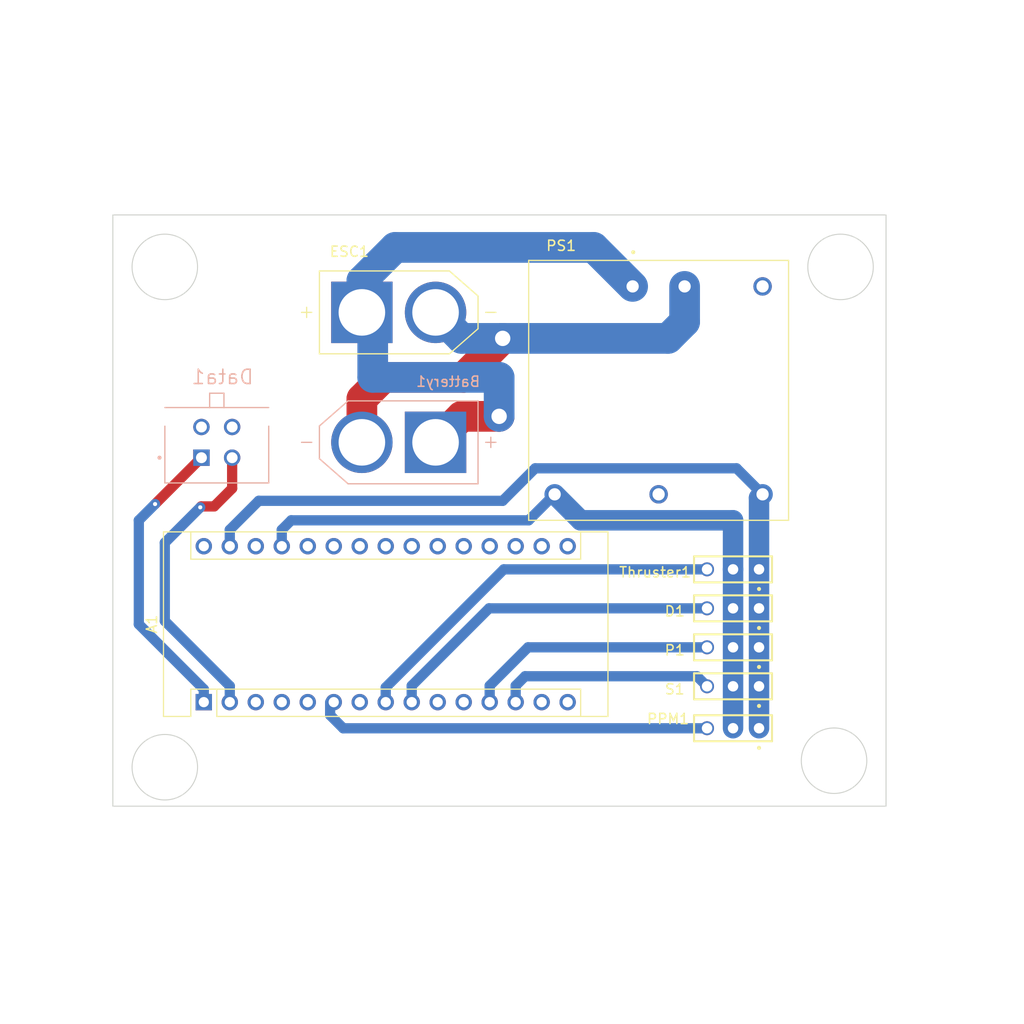
<source format=kicad_pcb>
(kicad_pcb (version 20211014) (generator pcbnew)
  (layers (0 "F.Cu" signal) (31 "B.Cu" signal) (34 "B.Paste" user) (35 "F.Paste" user) (36 "B.SilkS" user "B.Silkscreen") (37 "F.SilkS" user "F.Silkscreen") (38 "B.Mask" user) (39 "F.Mask" user) (44 "Edge.Cuts" user))
  (net 0 "")
  (net 23 "/arduino_rx")
  (net 24 "/arduino_tx")
  (net 25 "GND")
  (net 26 "/rc_ppm")
  (net 27 "/thruster")
  (net 28 "/d_fin")
  (net 29 "/p_fin")
  (net 30 "/s_fin")
  (net 31 "+5V")
  (net 35 "Net-(Battery1-PadP)")
  (net 36 "Net-(Battery1-PadN)")
  (footprint "3pin_header:SAMTEC_TSW-101-24-G-T" (layer "F.Cu") (at 170.18 102.5825 90)
    (fp_text reference "Thruster1" (at -0.2875 -10.16) (layer "F.SilkS"))
    (fp_text value "TSW-101-24-G-T")
    (fp_line (start 1.27 -6.35) (end -1.27 -6.35) (layer "F.SilkS") (width 0.2))
    (fp_line (start 1.27 1.27) (end -1.27 1.27) (layer "F.SilkS") (width 0.2))
    (fp_line (start -1.27 1.27) (end -1.27 -6.35) (layer "F.SilkS") (width 0.2))
    (fp_line (start 1.27 -6.35) (end 1.27 1.27) (layer "F.SilkS") (width 0.2))
    (fp_circle (center -1.92 0) (end -1.82 0) (layer "F.SilkS") (width 0.2) (fill none))
    (pad "01" thru_hole rect locked (at 0 0 90) (size 1.37 1.37) (drill 1.02) (layers *.Cu *.Mask) (net 25 "GND"))
    (pad "02" thru_hole circle locked (at 0 -2.54 90) (size 1.37 1.37) (drill 1.02) (layers *.Cu *.Mask) (net 31 "+5V"))
    (pad "03" thru_hole circle locked (at 0 -5.08 90) (size 1.37 1.37) (drill 1.02) (layers *.Cu *.Mask) (net 27 "/thruster"))
  )
  (footprint "traco:CONV_THN_30-2411WI" (layer "F.Cu") (at 160.3675 85.09)
    (fp_text reference "PS1" (at -9.525 -14.135) (layer "F.SilkS"))
    (fp_text value "THN_30-2411WI")
    (fp_line (start -12.7 -12.7) (end 12.7 -12.7) (layer "F.SilkS") (width 0.127))
    (fp_line (start -12.7 12.7) (end -12.7 -12.7) (layer "F.SilkS") (width 0.127))
    (fp_line (start -12.7 12.7) (end 12.7 12.7) (layer "F.SilkS") (width 0.127))
    (fp_line (start 12.7 12.7) (end 12.7 -12.7) (layer "F.SilkS") (width 0.127))
    (fp_circle (center -2.48 -13.502) (end -2.38 -13.502) (layer "F.SilkS") (width 0.2) (fill none))
    (pad "1" thru_hole rect locked (at -2.54 -10.16) (size 1.8 1.8) (drill 1.2) (layers *.Cu *.Mask) (net 35 "Net-(Battery1-PadP)"))
    (pad "2" thru_hole circle locked (at 2.54 -10.16) (size 1.8 1.8) (drill 1.2) (layers *.Cu *.Mask) (net 36 "Net-(Battery1-PadN)"))
    (pad "3" thru_hole circle locked (at -10.16 10.16) (size 1.8 1.8) (drill 1.2) (layers *.Cu *.Mask) (net 31 "+5V"))
    (pad "4" thru_hole circle locked (at 0 10.16) (size 1.8 1.8) (drill 1.2) (layers *.Cu *.Mask))
    (pad "5" thru_hole circle locked (at 10.16 10.16) (size 1.8 1.8) (drill 1.2) (layers *.Cu *.Mask) (net 25 "GND"))
    (pad "6" thru_hole circle locked (at 10.16 -10.16) (size 1.8 1.8) (drill 1.2) (layers *.Cu *.Mask))
  )
  (footprint "3pin_header:SAMTEC_TSW-101-24-G-T" (layer "F.Cu") (at 170.18 118.11 90)
    (fp_text reference "PPM1" (at 0.905 -8.89 180) (layer "F.SilkS"))
    (fp_text value "TSW-101-24-G-T")
    (fp_line (start 1.27 -6.35) (end -1.27 -6.35) (layer "F.SilkS") (width 0.2))
    (fp_line (start 1.27 -6.35) (end 1.27 1.27) (layer "F.SilkS") (width 0.2))
    (fp_line (start -1.27 1.27) (end -1.27 -6.35) (layer "F.SilkS") (width 0.2))
    (fp_line (start 1.27 1.27) (end -1.27 1.27) (layer "F.SilkS") (width 0.2))
    (fp_circle (center -1.92 0) (end -1.82 0) (layer "F.SilkS") (width 0.2) (fill none))
    (pad "01" thru_hole rect locked (at 0 0 90) (size 1.37 1.37) (drill 1.02) (layers *.Cu *.Mask) (net 25 "GND"))
    (pad "02" thru_hole circle locked (at 0 -2.54 90) (size 1.37 1.37) (drill 1.02) (layers *.Cu *.Mask) (net 31 "+5V"))
    (pad "03" thru_hole circle locked (at 0 -5.08 90) (size 1.37 1.37) (drill 1.02) (layers *.Cu *.Mask) (net 26 "/rc_ppm"))
  )
  (footprint "XT60-M:AMASS_XT60-M" (layer "F.Cu") (at 134.9675 77.47)
    (fp_text reference "ESC1" (at -4.825 -5.935) (layer "F.SilkS"))
    (fp_text value "XT60-M")
    (fp_line (start 4.95 4.05) (end -7.75 4.05) (layer "F.SilkS") (width 0.127))
    (fp_line (start -9.5 0) (end -8.5 0) (layer "F.SilkS") (width 0.127))
    (fp_line (start 8.5 0) (end 9.5 0) (layer "F.SilkS") (width 0.127))
    (fp_line (start -7.75 4.05) (end -7.75 -4.05) (layer "F.SilkS") (width 0.127))
    (fp_line (start 4.95 -4.05) (end 7.75 -1.6) (layer "F.SilkS") (width 0.127))
    (fp_line (start 7.75 1.6) (end 4.95 4.05) (layer "F.SilkS") (width 0.127))
    (fp_line (start 7.75 -1.6) (end 7.75 1.6) (layer "F.SilkS") (width 0.127))
    (fp_line (start -7.75 -4.05) (end 4.95 -4.05) (layer "F.SilkS") (width 0.127))
    (fp_line (start -9 -0.5) (end -9 0.5) (layer "F.SilkS") (width 0.127))
    (pad "N" thru_hole circle locked (at 3.6 0) (size 6 6) (drill 4.55) (layers *.Cu *.Mask) (net 36 "Net-(Battery1-PadN)"))
    (pad "P" thru_hole rect locked (at -3.6 0) (size 6 6) (drill 4.55) (layers *.Cu *.Mask) (net 35 "Net-(Battery1-PadP)"))
  )
  (footprint "Module:Arduino_Nano" (layer "F.Cu") (at 115.9175 115.56 90)
    (fp_text reference "A1" (at 7.62 -5.08 90) (layer "F.SilkS"))
    (fp_text value "Arduino_Nano_v3.x")
    (fp_line (start 1.27 -1.27) (end -1.4 -1.27) (layer "F.SilkS") (width 0.12))
    (fp_line (start 1.27 1.27) (end -1.4 1.27) (layer "F.SilkS") (width 0.12))
    (fp_line (start 16.64 39.5) (end 16.64 -3.94) (layer "F.SilkS") (width 0.12))
    (fp_line (start 13.97 36.83) (end 16.64 36.83) (layer "F.SilkS") (width 0.12))
    (fp_line (start 16.64 -3.94) (end -1.4 -3.94) (layer "F.SilkS") (width 0.12))
    (fp_line (start -1.4 39.5) (end 16.64 39.5) (layer "F.SilkS") (width 0.12))
    (fp_line (start 1.27 36.83) (end -1.4 36.83) (layer "F.SilkS") (width 0.12))
    (fp_line (start 1.27 1.27) (end 1.27 -1.27) (layer "F.SilkS") (width 0.12))
    (fp_line (start 1.27 1.27) (end 1.27 36.83) (layer "F.SilkS") (width 0.12))
    (fp_line (start -1.4 -3.94) (end -1.4 -1.27) (layer "F.SilkS") (width 0.12))
    (fp_line (start 13.97 -1.27) (end 16.64 -1.27) (layer "F.SilkS") (width 0.12))
    (fp_line (start 13.97 -1.27) (end 13.97 36.83) (layer "F.SilkS") (width 0.12))
    (fp_line (start -1.4 1.27) (end -1.4 39.5) (layer "F.SilkS") (width 0.12))
    (pad "1" thru_hole rect (at 0 0 90) (size 1.6 1.6) (drill 1) (layers *.Cu *.Mask) (net 23 "/arduino_rx"))
    (pad "2" thru_hole oval (at 0 2.54 90) (size 1.6 1.6) (drill 1) (layers *.Cu *.Mask) (net 24 "/arduino_tx"))
    (pad "3" thru_hole oval (at 0 5.08 90) (size 1.6 1.6) (drill 1) (layers *.Cu *.Mask))
    (pad "4" thru_hole oval (at 0 7.62 90) (size 1.6 1.6) (drill 1) (layers *.Cu *.Mask))
    (pad "5" thru_hole oval (at 0 10.16 90) (size 1.6 1.6) (drill 1) (layers *.Cu *.Mask))
    (pad "6" thru_hole oval (at 0 12.7 90) (size 1.6 1.6) (drill 1) (layers *.Cu *.Mask) (net 26 "/rc_ppm"))
    (pad "7" thru_hole oval (at 0 15.24 90) (size 1.6 1.6) (drill 1) (layers *.Cu *.Mask))
    (pad "8" thru_hole oval (at 0 17.78 90) (size 1.6 1.6) (drill 1) (layers *.Cu *.Mask) (net 27 "/thruster"))
    (pad "9" thru_hole oval (at 0 20.32 90) (size 1.6 1.6) (drill 1) (layers *.Cu *.Mask) (net 28 "/d_fin"))
    (pad "10" thru_hole oval (at 0 22.86 90) (size 1.6 1.6) (drill 1) (layers *.Cu *.Mask))
    (pad "11" thru_hole oval (at 0 25.4 90) (size 1.6 1.6) (drill 1) (layers *.Cu *.Mask))
    (pad "12" thru_hole oval (at 0 27.94 90) (size 1.6 1.6) (drill 1) (layers *.Cu *.Mask) (net 29 "/p_fin"))
    (pad "13" thru_hole oval (at 0 30.48 90) (size 1.6 1.6) (drill 1) (layers *.Cu *.Mask) (net 30 "/s_fin"))
    (pad "14" thru_hole oval (at 0 33.02 90) (size 1.6 1.6) (drill 1) (layers *.Cu *.Mask))
    (pad "15" thru_hole oval (at 0 35.56 90) (size 1.6 1.6) (drill 1) (layers *.Cu *.Mask))
    (pad "16" thru_hole oval (at 15.24 35.56 90) (size 1.6 1.6) (drill 1) (layers *.Cu *.Mask))
    (pad "17" thru_hole oval (at 15.24 33.02 90) (size 1.6 1.6) (drill 1) (layers *.Cu *.Mask))
    (pad "18" thru_hole oval (at 15.24 30.48 90) (size 1.6 1.6) (drill 1) (layers *.Cu *.Mask))
    (pad "19" thru_hole oval (at 15.24 27.94 90) (size 1.6 1.6) (drill 1) (layers *.Cu *.Mask))
    (pad "20" thru_hole oval (at 15.24 25.4 90) (size 1.6 1.6) (drill 1) (layers *.Cu *.Mask))
    (pad "21" thru_hole oval (at 15.24 22.86 90) (size 1.6 1.6) (drill 1) (layers *.Cu *.Mask))
    (pad "22" thru_hole oval (at 15.24 20.32 90) (size 1.6 1.6) (drill 1) (layers *.Cu *.Mask))
    (pad "23" thru_hole oval (at 15.24 17.78 90) (size 1.6 1.6) (drill 1) (layers *.Cu *.Mask))
    (pad "24" thru_hole oval (at 15.24 15.24 90) (size 1.6 1.6) (drill 1) (layers *.Cu *.Mask))
    (pad "25" thru_hole oval (at 15.24 12.7 90) (size 1.6 1.6) (drill 1) (layers *.Cu *.Mask))
    (pad "26" thru_hole oval (at 15.24 10.16 90) (size 1.6 1.6) (drill 1) (layers *.Cu *.Mask))
    (pad "27" thru_hole oval (at 15.24 7.62 90) (size 1.6 1.6) (drill 1) (layers *.Cu *.Mask) (net 31 "+5V"))
    (pad "28" thru_hole oval (at 15.24 5.08 90) (size 1.6 1.6) (drill 1) (layers *.Cu *.Mask))
    (pad "29" thru_hole oval (at 15.24 2.54 90) (size 1.6 1.6) (drill 1) (layers *.Cu *.Mask) (net 25 "GND"))
    (pad "30" thru_hole oval (at 15.24 0 90) (size 1.6 1.6) (drill 1) (layers *.Cu *.Mask))
  )
  (footprint "3pin_header:SAMTEC_TSW-101-24-G-T" (layer "F.Cu") (at 170.18 110.2025 90)
    (fp_text reference "P1" (at -0.2875 -8.235) (layer "F.SilkS"))
    (fp_text value "TSW-101-24-G-T")
    (fp_line (start 1.27 -6.35) (end -1.27 -6.35) (layer "F.SilkS") (width 0.2))
    (fp_line (start -1.27 1.27) (end -1.27 -6.35) (layer "F.SilkS") (width 0.2))
    (fp_line (start 1.27 1.27) (end -1.27 1.27) (layer "F.SilkS") (width 0.2))
    (fp_line (start 1.27 -6.35) (end 1.27 1.27) (layer "F.SilkS") (width 0.2))
    (fp_circle (center -1.92 0) (end -1.82 0) (layer "F.SilkS") (width 0.2) (fill none))
    (pad "01" thru_hole rect locked (at 0 0 90) (size 1.37 1.37) (drill 1.02) (layers *.Cu *.Mask) (net 25 "GND"))
    (pad "02" thru_hole circle locked (at 0 -2.54 90) (size 1.37 1.37) (drill 1.02) (layers *.Cu *.Mask) (net 31 "+5V"))
    (pad "03" thru_hole circle locked (at 0 -5.08 90) (size 1.37 1.37) (drill 1.02) (layers *.Cu *.Mask) (net 29 "/p_fin"))
  )
  (footprint "3pin_header:SAMTEC_TSW-101-24-G-T" (layer "F.Cu") (at 170.18 106.3925 90)
    (fp_text reference "D1" (at -0.2875 -8.235) (layer "F.SilkS"))
    (fp_text value "TSW-101-24-G-T")
    (fp_line (start -1.27 1.27) (end -1.27 -6.35) (layer "F.SilkS") (width 0.2))
    (fp_line (start 1.27 -6.35) (end -1.27 -6.35) (layer "F.SilkS") (width 0.2))
    (fp_line (start 1.27 -6.35) (end 1.27 1.27) (layer "F.SilkS") (width 0.2))
    (fp_line (start 1.27 1.27) (end -1.27 1.27) (layer "F.SilkS") (width 0.2))
    (fp_circle (center -1.92 0) (end -1.82 0) (layer "F.SilkS") (width 0.2) (fill none))
    (pad "01" thru_hole rect locked (at 0 0 90) (size 1.37 1.37) (drill 1.02) (layers *.Cu *.Mask) (net 25 "GND"))
    (pad "02" thru_hole circle locked (at 0 -2.54 90) (size 1.37 1.37) (drill 1.02) (layers *.Cu *.Mask) (net 31 "+5V"))
    (pad "03" thru_hole circle locked (at 0 -5.08 90) (size 1.37 1.37) (drill 1.02) (layers *.Cu *.Mask) (net 28 "/d_fin"))
  )
  (footprint "3pin_header:SAMTEC_TSW-101-24-G-T" (layer "F.Cu") (at 170.18 114.0125 90)
    (fp_text reference "S1" (at -0.2875 -8.235) (layer "F.SilkS"))
    (fp_text value "TSW-101-24-G-T")
    (fp_line (start 1.27 -6.35) (end -1.27 -6.35) (layer "F.SilkS") (width 0.2))
    (fp_line (start -1.27 1.27) (end -1.27 -6.35) (layer "F.SilkS") (width 0.2))
    (fp_line (start 1.27 -6.35) (end 1.27 1.27) (layer "F.SilkS") (width 0.2))
    (fp_line (start 1.27 1.27) (end -1.27 1.27) (layer "F.SilkS") (width 0.2))
    (fp_circle (center -1.92 0) (end -1.82 0) (layer "F.SilkS") (width 0.2) (fill none))
    (pad "01" thru_hole rect locked (at 0 0 90) (size 1.37 1.37) (drill 1.02) (layers *.Cu *.Mask) (net 25 "GND"))
    (pad "02" thru_hole circle locked (at 0 -2.54 90) (size 1.37 1.37) (drill 1.02) (layers *.Cu *.Mask) (net 31 "+5V"))
    (pad "03" thru_hole circle locked (at 0 -5.08 90) (size 1.37 1.37) (drill 1.02) (layers *.Cu *.Mask) (net 30 "/s_fin"))
  )
  (footprint "XT60-M:AMASS_XT60-M" (layer "B.Cu") (at 134.9675 90.17 180)
    (fp_text reference "Battery1" (at -4.825 5.935) (layer "B.SilkS") (effects (justify mirror)))
    (fp_text value "XT60-M")
    (fp_line (start 8.5 0) (end 9.5 0) (layer "B.SilkS") (width 0.127))
    (fp_line (start -7.75 -4.05) (end -7.75 4.05) (layer "B.SilkS") (width 0.127))
    (fp_line (start 7.75 -1.6) (end 4.95 -4.05) (layer "B.SilkS") (width 0.127))
    (fp_line (start 7.75 1.6) (end 7.75 -1.6) (layer "B.SilkS") (width 0.127))
    (fp_line (start 4.95 4.05) (end 7.75 1.6) (layer "B.SilkS") (width 0.127))
    (fp_line (start 4.95 -4.05) (end -7.75 -4.05) (layer "B.SilkS") (width 0.127))
    (fp_line (start -9.5 0) (end -8.5 0) (layer "B.SilkS") (width 0.127))
    (fp_line (start -7.75 4.05) (end 4.95 4.05) (layer "B.SilkS") (width 0.127))
    (fp_line (start -9 0.5) (end -9 -0.5) (layer "B.SilkS") (width 0.127))
    (pad "N" thru_hole circle locked (at 3.6 0 180) (size 6 6) (drill 4.55) (layers *.Cu *.Mask) (net 36 "Net-(Battery1-PadN)"))
    (pad "P" thru_hole rect locked (at -3.6 0 180) (size 6 6) (drill 4.55) (layers *.Cu *.Mask) (net 35 "Net-(Battery1-PadP)"))
  )
  (footprint "Molex_4:MOLEX_43045-0412" (layer "B.Cu") (at 117.1875 90.17 180)
    (fp_text reference "Data1" (at -0.555 6.389) (layer "B.SilkS") (effects (font (size 1.4 1.4)) (justify mirror)))
    (fp_text value "43045-0412")
    (fp_line (start -0.7 3.4) (end -0.7 4.8) (layer "B.SilkS") (width 0.127))
    (fp_line (start -5.075 -3.97) (end 5.075 -3.97) (layer "B.SilkS") (width 0.127))
    (fp_line (start 0.7 3.4) (end 5.075 3.4) (layer "B.SilkS") (width 0.127))
    (fp_line (start 0.7 4.8) (end 0.7 3.4) (layer "B.SilkS") (width 0.127))
    (fp_line (start -0.7 4.8) (end 0.7 4.8) (layer "B.SilkS") (width 0.127))
    (fp_line (start -5.075 3.4) (end -0.7 3.4) (layer "B.SilkS") (width 0.127))
    (fp_line (start -5.075 1.58) (end -5.075 -3.97) (layer "B.SilkS") (width 0.127))
    (fp_line (start 5.075 -3.97) (end 5.075 1.58) (layer "B.SilkS") (width 0.127))
    (fp_line (start -0.7 3.4) (end 0.7 3.4) (layer "B.SilkS") (width 0.127))
    (fp_circle (center 5.6 -1.5) (end 5.7 -1.5) (layer "B.SilkS") (width 0.2) (fill none))
    (pad "" np_thru_hole circle locked (at -4.5 2.44 180) (size 1.07 1.07) (drill 1.07) (layers *.Cu *.Mask))
    (pad "" np_thru_hole circle locked (at 4.5 2.44 180) (size 1.07 1.07) (drill 1.07) (layers *.Cu *.Mask))
    (pad "1" thru_hole rect locked (at 1.5 -1.5 180) (size 1.605 1.605) (drill 1.07) (layers *.Cu *.Mask) (net 23 "/arduino_rx"))
    (pad "2" thru_hole circle locked (at -1.5 -1.5 180) (size 1.605 1.605) (drill 1.07) (layers *.Cu *.Mask) (net 24 "/arduino_tx"))
    (pad "3" thru_hole circle locked (at 1.5 1.5 180) (size 1.605 1.605) (drill 1.07) (layers *.Cu *.Mask))
    (pad "4" thru_hole circle locked (at -1.5 1.5 180) (size 1.605 1.605) (drill 1.07) (layers *.Cu *.Mask))
  )
  (gr_circle (center 178.1475 73.025) (end 181.3475 73.025) (layer "Edge.Cuts") (width 0.1) (fill none))
  (gr_rect (start 182.5925 125.73) (end 107.0275 67.945) (layer "Edge.Cuts") (width 0.1) (fill none))
  (gr_circle (center 112.1075 73.025) (end 115.3075 73.025) (layer "Edge.Cuts") (width 0.1) (fill none))
  (gr_circle (center 177.5125 121.285) (end 180.7125 121.285) (layer "Edge.Cuts") (width 0.1) (fill none))
  (gr_circle (center 112.1075 121.92) (end 115.3075 121.92) (layer "Edge.Cuts") (width 0.1) (fill none))
  (segment (start 115.6875 91.67) (end 111.155 96.2025) (width 1) (layer "F.Cu") (net 23))
  (via (at 111.155 96.2025) (size 0.8) (drill 0.4) (layers "F.Cu" "B.Cu") (net 23))
  (segment (start 111.155 96.2025) (end 109.5675 97.79) (width 1) (layer "B.Cu") (net 23))
  (segment (start 109.5675 107.95) (end 115.9175 114.3) (width 1) (layer "B.Cu") (net 23))
  (segment (start 109.5675 97.79) (end 109.5675 107.95) (width 1) (layer "B.Cu") (net 23))
  (segment (start 115.9175 114.3) (end 115.9175 115.56) (width 1) (layer "B.Cu") (net 23))
  (segment (start 118.6875 94.6725) (end 118.6875 91.67) (width 1) (layer "F.Cu") (net 24))
  (segment (start 115.57 96.52) (end 115.6575 96.4325) (width 1) (layer "F.Cu") (net 24))
  (segment (start 115.6575 96.4325) (end 116.9275 96.4325) (width 1) (layer "F.Cu") (net 24))
  (segment (start 116.9275 96.4325) (end 118.6875 94.6725) (width 1) (layer "F.Cu") (net 24))
  (via (at 115.57 96.52) (size 0.8) (drill 0.4) (layers "F.Cu" "B.Cu") (net 24))
  (segment (start 115.57 96.52) (end 112.1075 99.9825) (width 1) (layer "B.Cu") (net 24))
  (segment (start 112.1075 99.9825) (end 112.1075 107.63) (width 1) (layer "B.Cu") (net 24))
  (segment (start 112.1075 107.63) (end 118.4575 113.98) (width 1) (layer "B.Cu") (net 24))
  (segment (start 118.4575 113.98) (end 118.4575 115.56) (width 1) (layer "B.Cu") (net 24))
  (segment (start 121.285 95.885) (end 145.1275 95.885) (width 1) (layer "B.Cu") (net 25))
  (segment (start 118.4575 100.32) (end 118.4575 98.7125) (width 1) (layer "B.Cu") (net 25))
  (segment (start 118.4575 98.7125) (end 121.285 95.885) (width 1) (layer "B.Cu") (net 25))
  (segment (start 148.3025 92.71) (end 167.9875 92.71) (width 1) (layer "B.Cu") (net 25))
  (segment (start 170.18 95.5975) (end 170.18 118.11) (width 2) (layer "B.Cu") (net 25))
  (segment (start 169.9875 95.79) (end 170.5275 95.25) (width 1) (layer "B.Cu") (net 25))
  (segment (start 145.1275 95.885) (end 148.3025 92.71) (width 1) (layer "B.Cu") (net 25))
  (segment (start 167.9875 92.71) (end 170.5275 95.25) (width 1) (layer "B.Cu") (net 25))
  (segment (start 170.5275 95.25) (end 170.18 95.5975) (width 2) (layer "B.Cu") (net 25))
  (segment (start 129.545 118.115) (end 128.265 116.835) (width 1) (layer "B.Cu") (net 26))
  (segment (start 128.265 116.835) (end 128.265 115.565) (width 1) (layer "B.Cu") (net 26))
  (segment (start 164.7475 118.115) (end 129.545 118.115) (width 1) (layer "B.Cu") (net 26))
  (segment (start 133.6975 115.56) (end 133.6975 114.12125) (width 1) (layer "B.Cu") (net 27))
  (segment (start 145.23625 102.5825) (end 165.1 102.5825) (width 1) (layer "B.Cu") (net 27))
  (segment (start 133.6975 114.12125) (end 145.23625 102.5825) (width 1) (layer "B.Cu") (net 27))
  (segment (start 136.2375 113.9525) (end 143.7975 106.3925) (width 1) (layer "B.Cu") (net 28))
  (segment (start 143.7975 106.3925) (end 165.1 106.3925) (width 1) (layer "B.Cu") (net 28))
  (segment (start 136.2375 115.56) (end 136.2375 113.9525) (width 1) (layer "B.Cu") (net 28))
  (segment (start 147.6075 110.2025) (end 165.1 110.2025) (width 1) (layer "B.Cu") (net 29))
  (segment (start 143.8575 113.9525) (end 147.6075 110.2025) (width 1) (layer "B.Cu") (net 29))
  (segment (start 143.8575 115.56) (end 143.8575 113.9525) (width 1) (layer "B.Cu") (net 29))
  (segment (start 147.32 113.03) (end 146.3975 113.9525) (width 1) (layer "B.Cu") (net 30))
  (segment (start 165.1 114.0125) (end 164.1175 113.03) (width 1) (layer "B.Cu") (net 30))
  (segment (start 164.1175 113.03) (end 147.32 113.03) (width 1) (layer "B.Cu") (net 30))
  (segment (start 146.3975 113.9525) (end 146.3975 115.56) (width 1) (layer "B.Cu") (net 30))
  (segment (start 147.6675 97.79) (end 150.2075 95.25) (width 1) (layer "B.Cu") (net 31))
  (segment (start 167.64 118.11) (end 167.64 102.5825) (width 2) (layer "B.Cu") (net 31))
  (segment (start 124.46 97.79) (end 147.6675 97.79) (width 1) (layer "B.Cu") (net 31))
  (segment (start 152.7475 97.79) (end 167.64 97.79) (width 2) (layer "B.Cu") (net 31))
  (segment (start 123.5375 100.32) (end 123.5375 98.7125) (width 1) (layer "B.Cu") (net 31))
  (segment (start 167.64 97.79) (end 167.64 102.5825) (width 2) (layer "B.Cu") (net 31))
  (segment (start 123.5375 98.7125) (end 124.46 97.79) (width 1) (layer "B.Cu") (net 31))
  (segment (start 150.2075 95.25) (end 152.7475 97.79) (width 2) (layer "B.Cu") (net 31))
  (segment (start 144.78 87.63) (end 141.1075 87.63) (width 3) (layer "F.Cu") (net 35))
  (segment (start 141.1075 87.63) (end 138.5675 90.17) (width 3) (layer "F.Cu") (net 35))
  (via (at 144.78 87.63) (size 3) (drill 1.5) (layers "F.Cu" "B.Cu") (net 35))
  (segment (start 131.3675 77.47) (end 131.3675 74.3725) (width 3) (layer "B.Cu") (net 35))
  (segment (start 154.0175 71.12) (end 157.8275 74.93) (width 3) (layer "B.Cu") (net 35))
  (segment (start 144.78 83.82) (end 132.4275 83.82) (width 3) (layer "B.Cu") (net 35))
  (segment (start 131.3675 74.3725) (end 134.62 71.12) (width 3) (layer "B.Cu") (net 35))
  (segment (start 144.78 87.63) (end 144.78 83.82) (width 3) (layer "B.Cu") (net 35))
  (segment (start 134.62 71.12) (end 154.0175 71.12) (width 3) (layer "B.Cu") (net 35))
  (segment (start 132.4275 77.47) (end 131.3675 77.47) (width 3) (layer "B.Cu") (net 35))
  (segment (start 132.4275 83.82) (end 132.4275 77.47) (width 3) (layer "B.Cu") (net 35))
  (segment (start 141.3175 83.82) (end 145.1275 80.01) (width 3) (layer "F.Cu") (net 36))
  (segment (start 131.3675 90.17) (end 131.3675 85.92736) (width 3) (layer "F.Cu") (net 36))
  (segment (start 131.3675 85.92736) (end 133.47486 83.82) (width 3) (layer "F.Cu") (net 36))
  (segment (start 133.47486 83.82) (end 141.3175 83.82) (width 3) (layer "F.Cu") (net 36))
  (via (at 145.1275 80.01) (size 3) (drill 1.5) (layers "F.Cu" "B.Cu") (net 36))
  (segment (start 162.9075 78.3925) (end 162.9075 74.93) (width 3) (layer "B.Cu") (net 36))
  (segment (start 145.1275 80.01) (end 161.29 80.01) (width 3) (layer "B.Cu") (net 36))
  (segment (start 141.1075 80.01) (end 145.1275 80.01) (width 3) (layer "B.Cu") (net 36))
  (segment (start 138.5675 77.47) (end 141.1075 80.01) (width 3) (layer "B.Cu") (net 36))
  (segment (start 161.29 80.01) (end 162.9075 78.3925) (width 3) (layer "B.Cu") (net 36))
)
</source>
